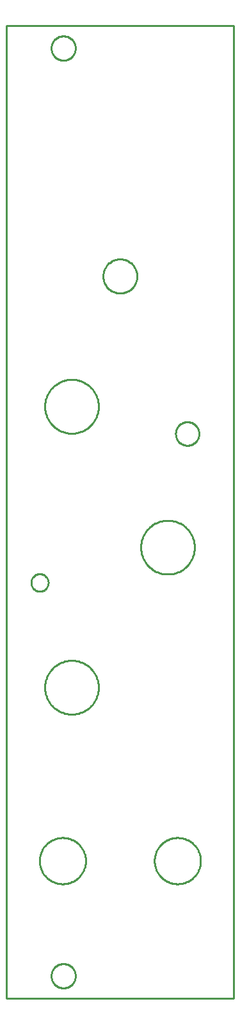
<source format=gbr>
G04 EAGLE Gerber RS-274X export*
G75*
%MOMM*%
%FSLAX34Y34*%
%LPD*%
%IN*%
%IPPOS*%
%AMOC8*
5,1,8,0,0,1.08239X$1,22.5*%
G01*
%ADD10C,0.254000*%


D10*
X0Y0D02*
X300000Y0D01*
X300000Y1285000D01*
X0Y1285000D01*
X0Y0D01*
X121500Y781180D02*
X121424Y779541D01*
X121273Y777908D01*
X121046Y776283D01*
X120745Y774671D01*
X120369Y773074D01*
X119920Y771496D01*
X119399Y769941D01*
X118806Y768411D01*
X118144Y766911D01*
X117413Y765442D01*
X116615Y764009D01*
X115751Y762614D01*
X114824Y761261D01*
X113835Y759952D01*
X112787Y758690D01*
X111682Y757478D01*
X110522Y756318D01*
X109310Y755213D01*
X108048Y754165D01*
X106739Y753176D01*
X105386Y752249D01*
X103991Y751386D01*
X102558Y750587D01*
X101090Y749856D01*
X99589Y749194D01*
X98059Y748601D01*
X96504Y748080D01*
X94926Y747631D01*
X93329Y747255D01*
X91717Y746954D01*
X90092Y746727D01*
X88459Y746576D01*
X86820Y746500D01*
X85180Y746500D01*
X83541Y746576D01*
X81908Y746727D01*
X80283Y746954D01*
X78671Y747255D01*
X77074Y747631D01*
X75496Y748080D01*
X73941Y748601D01*
X72411Y749194D01*
X70911Y749856D01*
X69442Y750587D01*
X68009Y751386D01*
X66614Y752249D01*
X65261Y753176D01*
X63952Y754165D01*
X62690Y755213D01*
X61478Y756318D01*
X60318Y757478D01*
X59213Y758690D01*
X58165Y759952D01*
X57176Y761261D01*
X56249Y762614D01*
X55386Y764009D01*
X54587Y765442D01*
X53856Y766911D01*
X53194Y768411D01*
X52601Y769941D01*
X52080Y771496D01*
X51631Y773074D01*
X51255Y774671D01*
X50954Y776283D01*
X50727Y777908D01*
X50576Y779541D01*
X50500Y781180D01*
X50500Y782820D01*
X50576Y784459D01*
X50727Y786092D01*
X50954Y787717D01*
X51255Y789329D01*
X51631Y790926D01*
X52080Y792504D01*
X52601Y794059D01*
X53194Y795589D01*
X53856Y797090D01*
X54587Y798558D01*
X55386Y799991D01*
X56249Y801386D01*
X57176Y802739D01*
X58165Y804048D01*
X59213Y805310D01*
X60318Y806522D01*
X61478Y807682D01*
X62690Y808787D01*
X63952Y809835D01*
X65261Y810824D01*
X66614Y811751D01*
X68009Y812615D01*
X69442Y813413D01*
X70911Y814144D01*
X72411Y814806D01*
X73941Y815399D01*
X75496Y815920D01*
X77074Y816369D01*
X78671Y816745D01*
X80283Y817046D01*
X81908Y817273D01*
X83541Y817424D01*
X85180Y817500D01*
X86820Y817500D01*
X88459Y817424D01*
X90092Y817273D01*
X91717Y817046D01*
X93329Y816745D01*
X94926Y816369D01*
X96504Y815920D01*
X98059Y815399D01*
X99589Y814806D01*
X101090Y814144D01*
X102558Y813413D01*
X103991Y812615D01*
X105386Y811751D01*
X106739Y810824D01*
X108048Y809835D01*
X109310Y808787D01*
X110522Y807682D01*
X111682Y806522D01*
X112787Y805310D01*
X113835Y804048D01*
X114824Y802739D01*
X115751Y801386D01*
X116615Y799991D01*
X117413Y798558D01*
X118144Y797090D01*
X118806Y795589D01*
X119399Y794059D01*
X119920Y792504D01*
X120369Y790926D01*
X120745Y789329D01*
X121046Y787717D01*
X121273Y786092D01*
X121424Y784459D01*
X121500Y782820D01*
X121500Y781180D01*
X248500Y595180D02*
X248424Y593541D01*
X248273Y591908D01*
X248046Y590283D01*
X247745Y588671D01*
X247369Y587074D01*
X246920Y585496D01*
X246399Y583941D01*
X245806Y582411D01*
X245144Y580911D01*
X244413Y579442D01*
X243615Y578009D01*
X242751Y576614D01*
X241824Y575261D01*
X240835Y573952D01*
X239787Y572690D01*
X238682Y571478D01*
X237522Y570318D01*
X236310Y569213D01*
X235048Y568165D01*
X233739Y567176D01*
X232386Y566249D01*
X230991Y565386D01*
X229558Y564587D01*
X228090Y563856D01*
X226589Y563194D01*
X225059Y562601D01*
X223504Y562080D01*
X221926Y561631D01*
X220329Y561255D01*
X218717Y560954D01*
X217092Y560727D01*
X215459Y560576D01*
X213820Y560500D01*
X212180Y560500D01*
X210541Y560576D01*
X208908Y560727D01*
X207283Y560954D01*
X205671Y561255D01*
X204074Y561631D01*
X202496Y562080D01*
X200941Y562601D01*
X199411Y563194D01*
X197911Y563856D01*
X196442Y564587D01*
X195009Y565386D01*
X193614Y566249D01*
X192261Y567176D01*
X190952Y568165D01*
X189690Y569213D01*
X188478Y570318D01*
X187318Y571478D01*
X186213Y572690D01*
X185165Y573952D01*
X184176Y575261D01*
X183249Y576614D01*
X182386Y578009D01*
X181587Y579442D01*
X180856Y580911D01*
X180194Y582411D01*
X179601Y583941D01*
X179080Y585496D01*
X178631Y587074D01*
X178255Y588671D01*
X177954Y590283D01*
X177727Y591908D01*
X177576Y593541D01*
X177500Y595180D01*
X177500Y596820D01*
X177576Y598459D01*
X177727Y600092D01*
X177954Y601717D01*
X178255Y603329D01*
X178631Y604926D01*
X179080Y606504D01*
X179601Y608059D01*
X180194Y609589D01*
X180856Y611090D01*
X181587Y612558D01*
X182386Y613991D01*
X183249Y615386D01*
X184176Y616739D01*
X185165Y618048D01*
X186213Y619310D01*
X187318Y620522D01*
X188478Y621682D01*
X189690Y622787D01*
X190952Y623835D01*
X192261Y624824D01*
X193614Y625751D01*
X195009Y626615D01*
X196442Y627413D01*
X197911Y628144D01*
X199411Y628806D01*
X200941Y629399D01*
X202496Y629920D01*
X204074Y630369D01*
X205671Y630745D01*
X207283Y631046D01*
X208908Y631273D01*
X210541Y631424D01*
X212180Y631500D01*
X213820Y631500D01*
X215459Y631424D01*
X217092Y631273D01*
X218717Y631046D01*
X220329Y630745D01*
X221926Y630369D01*
X223504Y629920D01*
X225059Y629399D01*
X226589Y628806D01*
X228090Y628144D01*
X229558Y627413D01*
X230991Y626615D01*
X232386Y625751D01*
X233739Y624824D01*
X235048Y623835D01*
X236310Y622787D01*
X237522Y621682D01*
X238682Y620522D01*
X239787Y619310D01*
X240835Y618048D01*
X241824Y616739D01*
X242751Y615386D01*
X243615Y613991D01*
X244413Y612558D01*
X245144Y611090D01*
X245806Y609589D01*
X246399Y608059D01*
X246920Y606504D01*
X247369Y604926D01*
X247745Y603329D01*
X248046Y601717D01*
X248273Y600092D01*
X248424Y598459D01*
X248500Y596820D01*
X248500Y595180D01*
X104500Y181251D02*
X104427Y179756D01*
X104280Y178265D01*
X104060Y176784D01*
X103768Y175315D01*
X103404Y173863D01*
X102969Y172430D01*
X102465Y171020D01*
X101892Y169636D01*
X101252Y168283D01*
X100546Y166962D01*
X99776Y165678D01*
X98944Y164433D01*
X98052Y163230D01*
X97102Y162072D01*
X96096Y160963D01*
X95037Y159904D01*
X93928Y158898D01*
X92770Y157948D01*
X91567Y157056D01*
X90322Y156224D01*
X89038Y155454D01*
X87717Y154748D01*
X86364Y154108D01*
X84980Y153535D01*
X83570Y153031D01*
X82137Y152596D01*
X80685Y152232D01*
X79216Y151940D01*
X77735Y151720D01*
X76244Y151573D01*
X74749Y151500D01*
X73251Y151500D01*
X71756Y151573D01*
X70265Y151720D01*
X68784Y151940D01*
X67315Y152232D01*
X65863Y152596D01*
X64430Y153031D01*
X63020Y153535D01*
X61636Y154108D01*
X60283Y154748D01*
X58962Y155454D01*
X57678Y156224D01*
X56433Y157056D01*
X55230Y157948D01*
X54072Y158898D01*
X52963Y159904D01*
X51904Y160963D01*
X50898Y162072D01*
X49948Y163230D01*
X49056Y164433D01*
X48224Y165678D01*
X47454Y166962D01*
X46748Y168283D01*
X46108Y169636D01*
X45535Y171020D01*
X45031Y172430D01*
X44596Y173863D01*
X44232Y175315D01*
X43940Y176784D01*
X43720Y178265D01*
X43573Y179756D01*
X43500Y181251D01*
X43500Y182749D01*
X43573Y184244D01*
X43720Y185735D01*
X43940Y187216D01*
X44232Y188685D01*
X44596Y190137D01*
X45031Y191570D01*
X45535Y192980D01*
X46108Y194364D01*
X46748Y195717D01*
X47454Y197038D01*
X48224Y198322D01*
X49056Y199567D01*
X49948Y200770D01*
X50898Y201928D01*
X51904Y203037D01*
X52963Y204096D01*
X54072Y205102D01*
X55230Y206052D01*
X56433Y206944D01*
X57678Y207776D01*
X58962Y208546D01*
X60283Y209252D01*
X61636Y209892D01*
X63020Y210465D01*
X64430Y210969D01*
X65863Y211404D01*
X67315Y211768D01*
X68784Y212060D01*
X70265Y212280D01*
X71756Y212427D01*
X73251Y212500D01*
X74749Y212500D01*
X76244Y212427D01*
X77735Y212280D01*
X79216Y212060D01*
X80685Y211768D01*
X82137Y211404D01*
X83570Y210969D01*
X84980Y210465D01*
X86364Y209892D01*
X87717Y209252D01*
X89038Y208546D01*
X90322Y207776D01*
X91567Y206944D01*
X92770Y206052D01*
X93928Y205102D01*
X95037Y204096D01*
X96096Y203037D01*
X97102Y201928D01*
X98052Y200770D01*
X98944Y199567D01*
X99776Y198322D01*
X100546Y197038D01*
X101252Y195717D01*
X101892Y194364D01*
X102465Y192980D01*
X102969Y191570D01*
X103404Y190137D01*
X103768Y188685D01*
X104060Y187216D01*
X104280Y185735D01*
X104427Y184244D01*
X104500Y182749D01*
X104500Y181251D01*
X256500Y181251D02*
X256427Y179756D01*
X256280Y178265D01*
X256060Y176784D01*
X255768Y175315D01*
X255404Y173863D01*
X254969Y172430D01*
X254465Y171020D01*
X253892Y169636D01*
X253252Y168283D01*
X252546Y166962D01*
X251776Y165678D01*
X250944Y164433D01*
X250052Y163230D01*
X249102Y162072D01*
X248096Y160963D01*
X247037Y159904D01*
X245928Y158898D01*
X244770Y157948D01*
X243567Y157056D01*
X242322Y156224D01*
X241038Y155454D01*
X239717Y154748D01*
X238364Y154108D01*
X236980Y153535D01*
X235570Y153031D01*
X234137Y152596D01*
X232685Y152232D01*
X231216Y151940D01*
X229735Y151720D01*
X228244Y151573D01*
X226749Y151500D01*
X225251Y151500D01*
X223756Y151573D01*
X222265Y151720D01*
X220784Y151940D01*
X219315Y152232D01*
X217863Y152596D01*
X216430Y153031D01*
X215020Y153535D01*
X213636Y154108D01*
X212283Y154748D01*
X210962Y155454D01*
X209678Y156224D01*
X208433Y157056D01*
X207230Y157948D01*
X206072Y158898D01*
X204963Y159904D01*
X203904Y160963D01*
X202898Y162072D01*
X201948Y163230D01*
X201056Y164433D01*
X200224Y165678D01*
X199454Y166962D01*
X198748Y168283D01*
X198108Y169636D01*
X197535Y171020D01*
X197031Y172430D01*
X196596Y173863D01*
X196232Y175315D01*
X195940Y176784D01*
X195720Y178265D01*
X195573Y179756D01*
X195500Y181251D01*
X195500Y182749D01*
X195573Y184244D01*
X195720Y185735D01*
X195940Y187216D01*
X196232Y188685D01*
X196596Y190137D01*
X197031Y191570D01*
X197535Y192980D01*
X198108Y194364D01*
X198748Y195717D01*
X199454Y197038D01*
X200224Y198322D01*
X201056Y199567D01*
X201948Y200770D01*
X202898Y201928D01*
X203904Y203037D01*
X204963Y204096D01*
X206072Y205102D01*
X207230Y206052D01*
X208433Y206944D01*
X209678Y207776D01*
X210962Y208546D01*
X212283Y209252D01*
X213636Y209892D01*
X215020Y210465D01*
X216430Y210969D01*
X217863Y211404D01*
X219315Y211768D01*
X220784Y212060D01*
X222265Y212280D01*
X223756Y212427D01*
X225251Y212500D01*
X226749Y212500D01*
X228244Y212427D01*
X229735Y212280D01*
X231216Y212060D01*
X232685Y211768D01*
X234137Y211404D01*
X235570Y210969D01*
X236980Y210465D01*
X238364Y209892D01*
X239717Y209252D01*
X241038Y208546D01*
X242322Y207776D01*
X243567Y206944D01*
X244770Y206052D01*
X245928Y205102D01*
X247037Y204096D01*
X248096Y203037D01*
X249102Y201928D01*
X250052Y200770D01*
X250944Y199567D01*
X251776Y198322D01*
X252546Y197038D01*
X253252Y195717D01*
X253892Y194364D01*
X254465Y192980D01*
X254969Y191570D01*
X255404Y190137D01*
X255768Y188685D01*
X256060Y187216D01*
X256280Y185735D01*
X256427Y184244D01*
X256500Y182749D01*
X256500Y181251D01*
X91000Y29476D02*
X90932Y28431D01*
X90795Y27392D01*
X90590Y26365D01*
X90319Y25353D01*
X89983Y24361D01*
X89582Y23393D01*
X89118Y22454D01*
X88595Y21546D01*
X88013Y20675D01*
X87375Y19844D01*
X86684Y19057D01*
X85943Y18316D01*
X85156Y17625D01*
X84325Y16988D01*
X83454Y16406D01*
X82546Y15882D01*
X81607Y15418D01*
X80639Y15017D01*
X79647Y14681D01*
X78635Y14410D01*
X77608Y14205D01*
X76569Y14069D01*
X75524Y14000D01*
X74476Y14000D01*
X73431Y14069D01*
X72392Y14205D01*
X71365Y14410D01*
X70353Y14681D01*
X69361Y15017D01*
X68393Y15418D01*
X67454Y15882D01*
X66546Y16406D01*
X65675Y16988D01*
X64844Y17625D01*
X64057Y18316D01*
X63316Y19057D01*
X62625Y19844D01*
X61988Y20675D01*
X61406Y21546D01*
X60882Y22454D01*
X60418Y23393D01*
X60017Y24361D01*
X59681Y25353D01*
X59410Y26365D01*
X59205Y27392D01*
X59069Y28431D01*
X59000Y29476D01*
X59000Y30524D01*
X59069Y31569D01*
X59205Y32608D01*
X59410Y33635D01*
X59681Y34647D01*
X60017Y35639D01*
X60418Y36607D01*
X60882Y37546D01*
X61406Y38454D01*
X61988Y39325D01*
X62625Y40156D01*
X63316Y40943D01*
X64057Y41684D01*
X64844Y42375D01*
X65675Y43013D01*
X66546Y43595D01*
X67454Y44118D01*
X68393Y44582D01*
X69361Y44983D01*
X70353Y45319D01*
X71365Y45590D01*
X72392Y45795D01*
X73431Y45932D01*
X74476Y46000D01*
X75524Y46000D01*
X76569Y45932D01*
X77608Y45795D01*
X78635Y45590D01*
X79647Y45319D01*
X80639Y44983D01*
X81607Y44582D01*
X82546Y44118D01*
X83454Y43595D01*
X84325Y43013D01*
X85156Y42375D01*
X85943Y41684D01*
X86684Y40943D01*
X87375Y40156D01*
X88013Y39325D01*
X88595Y38454D01*
X89118Y37546D01*
X89582Y36607D01*
X89983Y35639D01*
X90319Y34647D01*
X90590Y33635D01*
X90795Y32608D01*
X90932Y31569D01*
X91000Y30524D01*
X91000Y29476D01*
X91000Y1254476D02*
X90932Y1253431D01*
X90795Y1252392D01*
X90590Y1251365D01*
X90319Y1250353D01*
X89983Y1249361D01*
X89582Y1248393D01*
X89118Y1247454D01*
X88595Y1246546D01*
X88013Y1245675D01*
X87375Y1244844D01*
X86684Y1244057D01*
X85943Y1243316D01*
X85156Y1242625D01*
X84325Y1241988D01*
X83454Y1241406D01*
X82546Y1240882D01*
X81607Y1240418D01*
X80639Y1240017D01*
X79647Y1239681D01*
X78635Y1239410D01*
X77608Y1239205D01*
X76569Y1239069D01*
X75524Y1239000D01*
X74476Y1239000D01*
X73431Y1239069D01*
X72392Y1239205D01*
X71365Y1239410D01*
X70353Y1239681D01*
X69361Y1240017D01*
X68393Y1240418D01*
X67454Y1240882D01*
X66546Y1241406D01*
X65675Y1241988D01*
X64844Y1242625D01*
X64057Y1243316D01*
X63316Y1244057D01*
X62625Y1244844D01*
X61988Y1245675D01*
X61406Y1246546D01*
X60882Y1247454D01*
X60418Y1248393D01*
X60017Y1249361D01*
X59681Y1250353D01*
X59410Y1251365D01*
X59205Y1252392D01*
X59069Y1253431D01*
X59000Y1254476D01*
X59000Y1255524D01*
X59069Y1256569D01*
X59205Y1257608D01*
X59410Y1258635D01*
X59681Y1259647D01*
X60017Y1260639D01*
X60418Y1261607D01*
X60882Y1262546D01*
X61406Y1263454D01*
X61988Y1264325D01*
X62625Y1265156D01*
X63316Y1265943D01*
X64057Y1266684D01*
X64844Y1267375D01*
X65675Y1268013D01*
X66546Y1268595D01*
X67454Y1269118D01*
X68393Y1269582D01*
X69361Y1269983D01*
X70353Y1270319D01*
X71365Y1270590D01*
X72392Y1270795D01*
X73431Y1270932D01*
X74476Y1271000D01*
X75524Y1271000D01*
X76569Y1270932D01*
X77608Y1270795D01*
X78635Y1270590D01*
X79647Y1270319D01*
X80639Y1269983D01*
X81607Y1269582D01*
X82546Y1269118D01*
X83454Y1268595D01*
X84325Y1268013D01*
X85156Y1267375D01*
X85943Y1266684D01*
X86684Y1265943D01*
X87375Y1265156D01*
X88013Y1264325D01*
X88595Y1263454D01*
X89118Y1262546D01*
X89582Y1261607D01*
X89983Y1260639D01*
X90319Y1259647D01*
X90590Y1258635D01*
X90795Y1257608D01*
X90932Y1256569D01*
X91000Y1255524D01*
X91000Y1254476D01*
X254500Y745446D02*
X254421Y744342D01*
X254263Y743246D01*
X254028Y742164D01*
X253716Y741102D01*
X253329Y740065D01*
X252869Y739058D01*
X252339Y738086D01*
X251740Y737154D01*
X251077Y736268D01*
X250352Y735431D01*
X249569Y734648D01*
X248732Y733923D01*
X247846Y733260D01*
X246914Y732661D01*
X245943Y732131D01*
X244935Y731671D01*
X243898Y731284D01*
X242836Y730972D01*
X241754Y730737D01*
X240658Y730579D01*
X239554Y730500D01*
X238446Y730500D01*
X237342Y730579D01*
X236246Y730737D01*
X235164Y730972D01*
X234102Y731284D01*
X233065Y731671D01*
X232058Y732131D01*
X231086Y732661D01*
X230154Y733260D01*
X229268Y733923D01*
X228431Y734648D01*
X227648Y735431D01*
X226923Y736268D01*
X226260Y737154D01*
X225661Y738086D01*
X225131Y739058D01*
X224671Y740065D01*
X224284Y741102D01*
X223972Y742164D01*
X223737Y743246D01*
X223579Y744342D01*
X223500Y745446D01*
X223500Y746554D01*
X223579Y747658D01*
X223737Y748754D01*
X223972Y749836D01*
X224284Y750898D01*
X224671Y751935D01*
X225131Y752943D01*
X225661Y753914D01*
X226260Y754846D01*
X226923Y755732D01*
X227648Y756569D01*
X228431Y757352D01*
X229268Y758077D01*
X230154Y758740D01*
X231086Y759339D01*
X232058Y759869D01*
X233065Y760329D01*
X234102Y760716D01*
X235164Y761028D01*
X236246Y761263D01*
X237342Y761421D01*
X238446Y761500D01*
X239554Y761500D01*
X240658Y761421D01*
X241754Y761263D01*
X242836Y761028D01*
X243898Y760716D01*
X244935Y760329D01*
X245943Y759869D01*
X246914Y759339D01*
X247846Y758740D01*
X248732Y758077D01*
X249569Y757352D01*
X250352Y756569D01*
X251077Y755732D01*
X251740Y754846D01*
X252339Y753914D01*
X252869Y752943D01*
X253329Y751935D01*
X253716Y750898D01*
X254028Y749836D01*
X254263Y748754D01*
X254421Y747658D01*
X254500Y746554D01*
X254500Y745446D01*
X121500Y410180D02*
X121424Y408541D01*
X121273Y406908D01*
X121046Y405283D01*
X120745Y403671D01*
X120369Y402074D01*
X119920Y400496D01*
X119399Y398941D01*
X118806Y397411D01*
X118144Y395911D01*
X117413Y394442D01*
X116615Y393009D01*
X115751Y391614D01*
X114824Y390261D01*
X113835Y388952D01*
X112787Y387690D01*
X111682Y386478D01*
X110522Y385318D01*
X109310Y384213D01*
X108048Y383165D01*
X106739Y382176D01*
X105386Y381249D01*
X103991Y380386D01*
X102558Y379587D01*
X101090Y378856D01*
X99589Y378194D01*
X98059Y377601D01*
X96504Y377080D01*
X94926Y376631D01*
X93329Y376255D01*
X91717Y375954D01*
X90092Y375727D01*
X88459Y375576D01*
X86820Y375500D01*
X85180Y375500D01*
X83541Y375576D01*
X81908Y375727D01*
X80283Y375954D01*
X78671Y376255D01*
X77074Y376631D01*
X75496Y377080D01*
X73941Y377601D01*
X72411Y378194D01*
X70911Y378856D01*
X69442Y379587D01*
X68009Y380386D01*
X66614Y381249D01*
X65261Y382176D01*
X63952Y383165D01*
X62690Y384213D01*
X61478Y385318D01*
X60318Y386478D01*
X59213Y387690D01*
X58165Y388952D01*
X57176Y390261D01*
X56249Y391614D01*
X55386Y393009D01*
X54587Y394442D01*
X53856Y395911D01*
X53194Y397411D01*
X52601Y398941D01*
X52080Y400496D01*
X51631Y402074D01*
X51255Y403671D01*
X50954Y405283D01*
X50727Y406908D01*
X50576Y408541D01*
X50500Y410180D01*
X50500Y411820D01*
X50576Y413459D01*
X50727Y415092D01*
X50954Y416717D01*
X51255Y418329D01*
X51631Y419926D01*
X52080Y421504D01*
X52601Y423059D01*
X53194Y424589D01*
X53856Y426090D01*
X54587Y427558D01*
X55386Y428991D01*
X56249Y430386D01*
X57176Y431739D01*
X58165Y433048D01*
X59213Y434310D01*
X60318Y435522D01*
X61478Y436682D01*
X62690Y437787D01*
X63952Y438835D01*
X65261Y439824D01*
X66614Y440751D01*
X68009Y441615D01*
X69442Y442413D01*
X70911Y443144D01*
X72411Y443806D01*
X73941Y444399D01*
X75496Y444920D01*
X77074Y445369D01*
X78671Y445745D01*
X80283Y446046D01*
X81908Y446273D01*
X83541Y446424D01*
X85180Y446500D01*
X86820Y446500D01*
X88459Y446424D01*
X90092Y446273D01*
X91717Y446046D01*
X93329Y445745D01*
X94926Y445369D01*
X96504Y444920D01*
X98059Y444399D01*
X99589Y443806D01*
X101090Y443144D01*
X102558Y442413D01*
X103991Y441615D01*
X105386Y440751D01*
X106739Y439824D01*
X108048Y438835D01*
X109310Y437787D01*
X110522Y436682D01*
X111682Y435522D01*
X112787Y434310D01*
X113835Y433048D01*
X114824Y431739D01*
X115751Y430386D01*
X116615Y428991D01*
X117413Y427558D01*
X118144Y426090D01*
X118806Y424589D01*
X119399Y423059D01*
X119920Y421504D01*
X120369Y419926D01*
X120745Y418329D01*
X121046Y416717D01*
X121273Y415092D01*
X121424Y413459D01*
X121500Y411820D01*
X121500Y410180D01*
X55150Y548850D02*
X55079Y547953D01*
X54939Y547065D01*
X54729Y546190D01*
X54451Y545334D01*
X54106Y544503D01*
X53698Y543701D01*
X53228Y542934D01*
X52699Y542206D01*
X52114Y541522D01*
X51478Y540886D01*
X50794Y540301D01*
X50066Y539772D01*
X49299Y539302D01*
X48497Y538894D01*
X47666Y538549D01*
X46810Y538271D01*
X45936Y538061D01*
X45047Y537921D01*
X44150Y537850D01*
X43250Y537850D01*
X42353Y537921D01*
X41465Y538061D01*
X40590Y538271D01*
X39734Y538549D01*
X38903Y538894D01*
X38101Y539302D01*
X37334Y539772D01*
X36606Y540301D01*
X35922Y540886D01*
X35286Y541522D01*
X34701Y542206D01*
X34172Y542934D01*
X33702Y543701D01*
X33294Y544503D01*
X32949Y545334D01*
X32671Y546190D01*
X32461Y547065D01*
X32321Y547953D01*
X32250Y548850D01*
X32250Y549750D01*
X32321Y550647D01*
X32461Y551536D01*
X32671Y552410D01*
X32949Y553266D01*
X33294Y554097D01*
X33702Y554899D01*
X34172Y555666D01*
X34701Y556394D01*
X35286Y557078D01*
X35922Y557714D01*
X36606Y558299D01*
X37334Y558828D01*
X38101Y559298D01*
X38903Y559706D01*
X39734Y560051D01*
X40590Y560329D01*
X41465Y560539D01*
X42353Y560679D01*
X43250Y560750D01*
X44150Y560750D01*
X45047Y560679D01*
X45936Y560539D01*
X46810Y560329D01*
X47666Y560051D01*
X48497Y559706D01*
X49299Y559298D01*
X50066Y558828D01*
X50794Y558299D01*
X51478Y557714D01*
X52114Y557078D01*
X52699Y556394D01*
X53228Y555666D01*
X53698Y554899D01*
X54106Y554097D01*
X54451Y553266D01*
X54729Y552410D01*
X54939Y551536D01*
X55079Y550647D01*
X55150Y549750D01*
X55150Y548850D01*
X172450Y953370D02*
X172379Y952112D01*
X172238Y950860D01*
X172027Y949619D01*
X171747Y948390D01*
X171398Y947180D01*
X170982Y945991D01*
X170500Y944827D01*
X169953Y943692D01*
X169344Y942589D01*
X168674Y941523D01*
X167945Y940495D01*
X167159Y939510D01*
X166320Y938571D01*
X165429Y937680D01*
X164490Y936841D01*
X163505Y936055D01*
X162477Y935326D01*
X161411Y934656D01*
X160308Y934047D01*
X159173Y933500D01*
X158009Y933018D01*
X156820Y932602D01*
X155610Y932253D01*
X154382Y931973D01*
X153140Y931762D01*
X151888Y931621D01*
X150630Y931550D01*
X149370Y931550D01*
X148112Y931621D01*
X146860Y931762D01*
X145619Y931973D01*
X144390Y932253D01*
X143180Y932602D01*
X141991Y933018D01*
X140827Y933500D01*
X139692Y934047D01*
X138589Y934656D01*
X137523Y935326D01*
X136495Y936055D01*
X135510Y936841D01*
X134571Y937680D01*
X133680Y938571D01*
X132841Y939510D01*
X132055Y940495D01*
X131326Y941523D01*
X130656Y942589D01*
X130047Y943692D01*
X129500Y944827D01*
X129018Y945991D01*
X128602Y947180D01*
X128253Y948390D01*
X127973Y949619D01*
X127762Y950860D01*
X127621Y952112D01*
X127550Y953370D01*
X127550Y954630D01*
X127621Y955888D01*
X127762Y957140D01*
X127973Y958382D01*
X128253Y959610D01*
X128602Y960820D01*
X129018Y962009D01*
X129500Y963173D01*
X130047Y964308D01*
X130656Y965411D01*
X131326Y966477D01*
X132055Y967505D01*
X132841Y968490D01*
X133680Y969429D01*
X134571Y970320D01*
X135510Y971159D01*
X136495Y971945D01*
X137523Y972674D01*
X138589Y973344D01*
X139692Y973953D01*
X140827Y974500D01*
X141991Y974982D01*
X143180Y975398D01*
X144390Y975747D01*
X145619Y976027D01*
X146860Y976238D01*
X148112Y976379D01*
X149370Y976450D01*
X150630Y976450D01*
X151888Y976379D01*
X153140Y976238D01*
X154382Y976027D01*
X155610Y975747D01*
X156820Y975398D01*
X158009Y974982D01*
X159173Y974500D01*
X160308Y973953D01*
X161411Y973344D01*
X162477Y972674D01*
X163505Y971945D01*
X164490Y971159D01*
X165429Y970320D01*
X166320Y969429D01*
X167159Y968490D01*
X167945Y967505D01*
X168674Y966477D01*
X169344Y965411D01*
X169953Y964308D01*
X170500Y963173D01*
X170982Y962009D01*
X171398Y960820D01*
X171747Y959610D01*
X172027Y958382D01*
X172238Y957140D01*
X172379Y955888D01*
X172450Y954630D01*
X172450Y953370D01*
M02*

</source>
